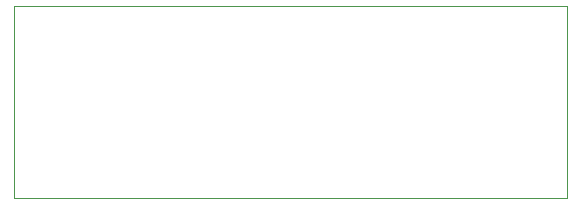
<source format=gbr>
%TF.GenerationSoftware,KiCad,Pcbnew,5.0.0*%
%TF.CreationDate,2018-09-25T19:59:16+02:00*%
%TF.ProjectId,mps_V05,6D70735F5630352E6B696361645F7063,rev?*%
%TF.SameCoordinates,Original*%
%TF.FileFunction,Profile,NP*%
%FSLAX46Y46*%
G04 Gerber Fmt 4.6, Leading zero omitted, Abs format (unit mm)*
G04 Created by KiCad (PCBNEW 5.0.0) date Tue Sep 25 19:59:16 2018*
%MOMM*%
%LPD*%
G01*
G04 APERTURE LIST*
%ADD10C,0.100000*%
G04 APERTURE END LIST*
D10*
X169951400Y-125095000D02*
X169951400Y-141351000D01*
X123164600Y-125095000D02*
X169951400Y-125095000D01*
X123164600Y-141351000D02*
X123164600Y-125095000D01*
X169951400Y-141351000D02*
X123164600Y-141351000D01*
M02*

</source>
